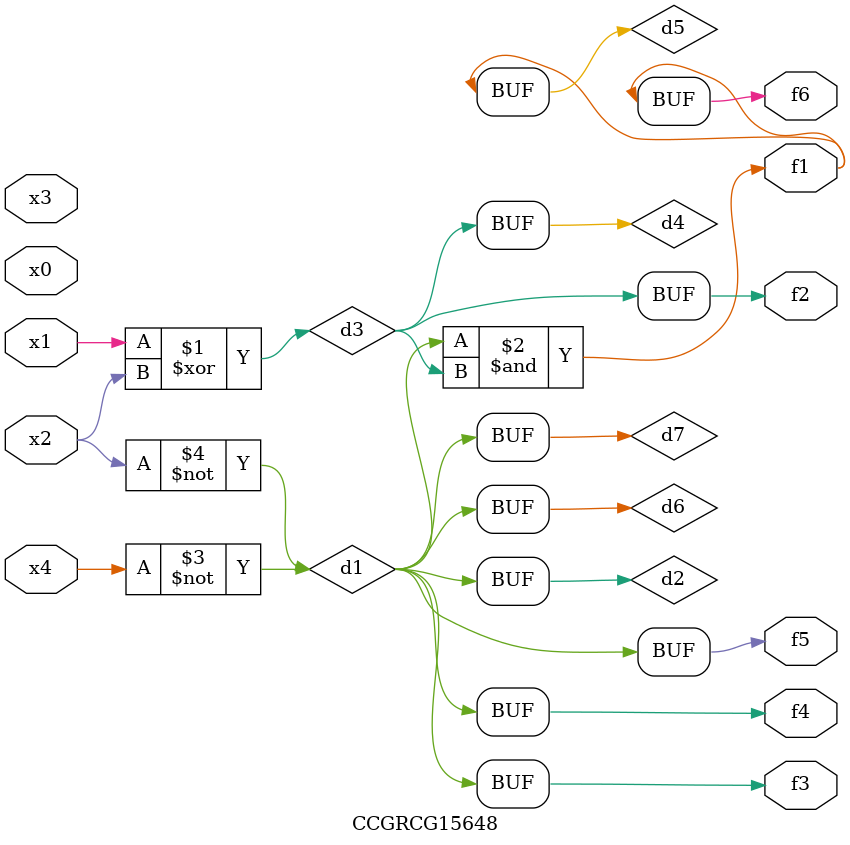
<source format=v>
module CCGRCG15648(
	input x0, x1, x2, x3, x4,
	output f1, f2, f3, f4, f5, f6
);

	wire d1, d2, d3, d4, d5, d6, d7;

	not (d1, x4);
	not (d2, x2);
	xor (d3, x1, x2);
	buf (d4, d3);
	and (d5, d1, d3);
	buf (d6, d1, d2);
	buf (d7, d2);
	assign f1 = d5;
	assign f2 = d4;
	assign f3 = d7;
	assign f4 = d7;
	assign f5 = d7;
	assign f6 = d5;
endmodule

</source>
